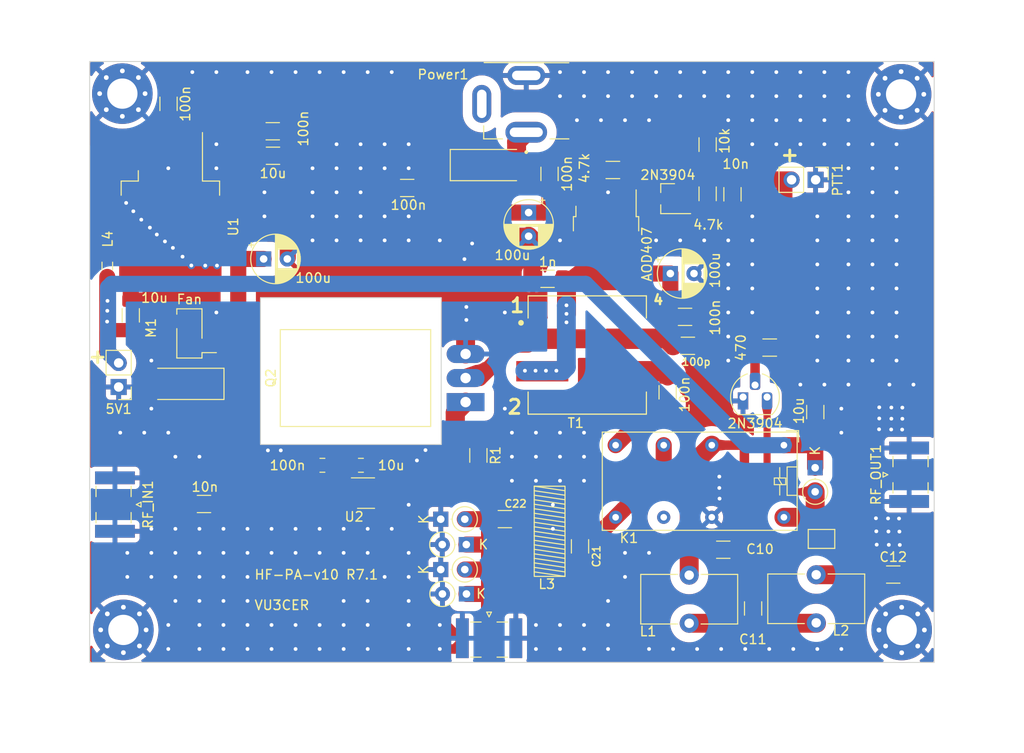
<source format=kicad_pcb>
(kicad_pcb (version 20221018) (generator pcbnew)
  (layers (0 "F.Cu" signal) (31 "B.Cu" signal) (35 "F.Paste" user) (37 "F.SilkS" user "F.Silkscreen") (38 "B.Mask" user) (39 "F.Mask" user) (44 "Edge.Cuts" user))
  (net 0 "")
  (net 1 "GND")
  (net 2 "+VDC")
  (net 3 "Net-(C7-Pad2)")
  (net 4 "PTT")
  (net 5 "/DRAIN")
  (net 6 "Net-(Q2-G)")
  (net 7 "Net-(Q3-G)")
  (net 8 "Net-(Q4-B)")
  (net 9 "+5V")
  (net 10 "12V")
  (net 12 "Net-(Q3-D)")
  (net 13 "Net-(C11-Pad1)")
  (net 14 "Net-(JP1-B)")
  (net 15 "RF_OUT")
  (net 16 "Net-(D3-A)")
  (net 17 "LPF")
  (net 18 "RX")
  (net 20 "Net-(Q1-B)")
  (net 21 "Net-(RF_IN1-In)")
  (net 22 "Net-(U2-IN+)")
  (net 23 "Net-(C21-Pad2)")
  (net 24 "Net-(D4-A)")
  (net 25 "Net-(U1-OUT)")
  (footprint "Capacitor_SMD:C_1206_3216Metric_Pad1.33x1.80mm_HandSolder" (layer "F.Cu") (at 157.0867 72.7964)
    (fp_text reference "C2" hide)
    (fp_text value "10u")
  )
  (footprint "Capacitor_SMD:C_1206_3216Metric_Pad1.33x1.80mm_HandSolder" (layer "F.Cu") (at 198.79 97.79 90)
    (fp_text reference "C7" hide)
    (fp_text value "100n")
  )
  (footprint "Package_TO_SOT_THT:TO-220-3_Horizontal_TabDown" (layer "F.Cu") (at 177.44 98.825 90)
    (fp_text reference "Q2")
    (fp_text value "IRF510")
  )
  (footprint "Diode_SMD:D_SMA_Handsoldering" (layer "F.Cu") (at 180.33 73.78)
    (fp_text reference "D1" hide)
    (fp_text value "SS34" hide)
  )
  (footprint "Capacitor_THT:CP_Radial_D5.0mm_P2.50mm" (layer "F.Cu") (at 199.0744 85.2424)
    (fp_text reference "C5" hide)
    (fp_text value "100u")
  )
  (footprint "Resistor_SMD:R_1206_3216Metric_Pad1.30x1.75mm_HandSolder" (layer "F.Cu") (at 203.015 71.6175 90)
    (fp_text reference "R2" hide)
    (fp_text value "10k")
  )
  (footprint "Diode_THT:D_DO-35_SOD27_P2.54mm_Vertical_KathodeUp" (layer "F.Cu") (at 174.814314 111.2)
    (fp_text reference "D4" hide)
    (fp_text value "1N4148" hide)
  )
  (footprint "MountingHole:MountingHole_3.2mm_M3_Pad_Via" (layer "F.Cu") (at 141.28 122.9)
    (fp_text reference "H3" hide)
    (fp_text value "MountingHole_Pad" hide)
  )
  (footprint "Capacitor_SMD:C_1206_3216Metric_Pad1.33x1.80mm_HandSolder" (layer "F.Cu") (at 186.1 85.8 180)
    (fp_text reference "C17" hide)
    (fp_text value "1n")
  )
  (footprint "Package_TO_SOT_SMD:SOT-23-5_HandSoldering" (layer "F.Cu") (at 166.9211 108.4425)
    (fp_text reference "U2")
    (fp_text value "UCC27517DBVR" hide)
  )
  (footprint "Connector_Coaxial:SMA_Samtec_SMA-J-P-X-ST-EM1_EdgeMount" (layer "F.Cu") (at 224.31 106.5 90)
    (fp_text reference "RF_OUT1")
    (fp_text value "SMA" hide)
  )
  (footprint "Capacitor_SMD:C_1206_3216Metric_Pad1.33x1.80mm_HandSolder" (layer "F.Cu") (at 205.64 76.8675 -90)
    (fp_text reference "C4" hide)
    (fp_text value "10n")
  )
  (footprint "Inductor_THT:L_Toroid_Vertical_L10.0mm_W5.0mm_P5.08mm" (layer "F.Cu") (at 214.49 122.15 180)
    (fp_text reference "L2")
    (fp_text value "360n" hide)
  )
  (footprint "Capacitor_THT:CP_Radial_D5.0mm_P2.50mm" (layer "F.Cu") (at 156.1 83.7)
    (fp_text reference "C20" hide)
    (fp_text value "100u")
  )
  (footprint "Diode_THT:D_DO-35_SOD27_P2.54mm_Vertical_KathodeUp" (layer "F.Cu") (at 177.515685 113.88 180)
    (fp_text reference "D7" hide)
    (fp_text value "1N4148" hide)
  )
  (footprint "Resistor_SMD:R_1206_3216Metric_Pad1.30x1.75mm_HandSolder" (layer "F.Cu") (at 178.79 104.46 -90)
    (fp_text reference "R1")
    (fp_text value "1M / 100K" hide)
  )
  (footprint "Capacitor_SMD:C_1206_3216Metric_Pad1.33x1.80mm_HandSolder" (layer "F.Cu") (at 186.309 74.7145 90)
    (fp_text reference "C14" hide)
    (fp_text value "100n")
  )
  (footprint "Connector_PinHeader_2.54mm:PinHeader_1x02_P2.54mm_Vertical" (layer "F.Cu") (at 214.4258 75.3364 -90)
    (fp_text reference "PTT1")
    (fp_text value "PTT" hide)
  )
  (footprint "Diode_THT:D_DO-35_SOD27_P2.54mm_Vertical_KathodeUp" (layer "F.Cu") (at 214.376 105.762315 -90)
    (fp_text reference "D3" hide)
    (fp_text value "1N4148" hide)
  )
  (footprint "footprints:XKB_DC-005-5A-2.0_Modded" (layer "F.Cu") (at 183.85 64.3125 -90)
    (fp_text reference "Power1")
    (fp_text value "DC-005 (Barrel Jack)" hide)
  )
  (footprint "Package_TO_SOT_SMD:TO-252-2" (layer "F.Cu") (at 192.28 81.7 -90)
    (fp_text reference "Q3" hide)
    (fp_text value "AOD407")
  )
  (footprint "Capacitor_THT:CP_Radial_D5.0mm_P2.50mm" (layer "F.Cu") (at 184.1 78.8 -90)
    (fp_text reference "C15" hide)
    (fp_text value "100u")
  )
  (footprint "Capacitor_SMD:C_1206_3216Metric_Pad1.33x1.80mm_HandSolder" (layer "F.Cu") (at 146.05 67.31 90)
    (fp_text reference "C9" hide)
    (fp_text value "100n")
  )
  (footprint "Connector_Coaxial:SMA_Samtec_SMA-J-P-X-ST-EM1_EdgeMount" (layer "F.Cu") (at 179.92 123.7775)
    (fp_text reference "RX1" hide)
    (fp_text value "SMA" hide)
  )
  (footprint "Capacitor_SMD:C_0805_2012Metric_Pad1.18x1.45mm_HandSolder" (layer "F.Cu") (at 166.3786 105.5025)
    (fp_text reference "C16" hide)
    (fp_text value "10u")
  )
  (footprint "MountingHole:MountingHole_3.2mm_M3_Pad_Via" (layer "F.Cu") (at 223.52 122.91)
    (fp_text reference "H4" hide)
    (fp_text value "MountingHole_Pad" hide)
  )
  (footprint "Capacitor_SMD:C_1206_3216Metric_Pad1.33x1.80mm_HandSolder" (layer "F.Cu") (at 214.39 99.88 90)
    (fp_text reference "C13" hide)
    (fp_text value "10u")
  )
  (footprint "Capacitor_SMD:C_1206_3216Metric_Pad1.33x1.80mm_HandSolder" (layer "F.Cu") (at 157.0613 70.2056)
    (fp_text reference "C1" hide)
    (fp_text value "100n")
  )
  (footprint "Package_TO_SOT_SMD:TO-263-2" (layer "F.Cu") (at 146.245 80.295 -90)
    (fp_text reference "U1")
    (fp_text value "L7805 (D2PAK)")
  )
  (footprint "Resistor_SMD:R_1206_3216Metric_Pad1.30x1.75mm_HandSolder" (layer "F.Cu") (at 203.015 76.8175 90)
    (fp_text reference "R9" hide)
    (fp_text value "4.7k")
  )
  (footprint "Capacitor_SMD:C_1206_3216Metric_Pad1.33x1.80mm_HandSolder" (layer "F.Cu") (at 181.59 111.19 180)
    (fp_text reference "C22")
    (fp_text value "470p" hide)
  )
  (footprint "Capacitor_SMD:C_1206_3216Metric_Pad1.33x1.80mm_HandSolder" (layer "F.Cu") (at 171.2675 76.2 180)
    (fp_text reference "C18" hide)
    (fp_text value "100n")
  )
  (footprint "footprints:IND_SRF1260A-4R7Y-Longer-Pads" (layer "F.Cu") (at 190.295 93.85)
    (fp_text reference "T1")
    (fp_text value "Bifilar XFMR" hide)
  )
  (footprint "Package_TO_SOT_SMD:SOT-23_Handsoldering" (layer "F.Cu") (at 198.82 77.33 180)
    (fp_text reference "Q4" hide)
    (fp_text value "2N3904")
  )
  (footprint "Connector_Coaxial:SMA_Samtec_SMA-J-P-X-ST-EM1_EdgeMount" (layer "F.Cu") (at 140.3861 109.6525 -90)
    (fp_text reference "RF_IN1")
    (fp_text value "SMA" hide)
  )
  (footprint "Diode_SMD:D_SMA_Handsoldering" (layer "F.Cu") (at 147.4 96.9 180)
    (fp_text reference "D2" hide)
    (fp_text value "M7 (1N4007)" hide)
  )
  (footprint "Capacitor_SMD:C_1206_3216Metric_Pad1.33x1.80mm_HandSolder" (layer "F.Cu") (at 200.93 92.88)
    (fp_text reference "C3" hide)
    (fp_text value "100p")
  )
  (footprint "Connector_PinHeader_2.54mm:PinHeader_1x02_P2.54mm_Vertical" (layer "F.Cu") (at 140.78 97.23 180)
    (fp_text reference "5V1")
    (fp_text value "5V" hide)
  )
  (footprint "Capacitor_SMD:C_0805_2012Metric_Pad1.18x1.45mm_HandSolder" (layer "F.Cu") (at 162.3086 105.5025 180)
    (fp_text reference "C23" hide)
    (fp_text value "100n")
  )
  (footprint "Capacitor_SMD:C_1206_3216Metric_Pad1.33x1.80mm_HandSolder" (layer "F.Cu") (at 200.63 89.82)
    (fp_text reference "C6" hide)
    (fp_text value "100n")
  )
  (footprint "Jumper:SolderJumper-2_P1.3mm_Open_TrianglePad1.0x1.5mm" (layer "F.Cu") (at 215.048 113.284)
    (fp_text reference "JP1" hide)
    (fp_text value "Jumper_2_Open" hide)
  )
  (footprint "MountingHole:MountingHole_3.2mm_M3_Pad_Via" (layer "F.Cu") (at 141.17 66.23)
    (fp_text reference "H1" hide)
    (fp_text value "MountingHole_Pad" hide)
  )
  (footprint "Capacitor_SMD:C_1206_3216Metric_Pad1.33x1.80mm_HandSolder" (layer "F.Cu") (at 149.7961 109.5925)
    (fp_text reference "C19" hide)
    (fp_text value "10n")
  )
  (footprint "Diode_THT:D_DO-35_SOD27_P2.54mm_Vertical_KathodeUp" (layer "F.Cu") (at 174.814314 116.52)
    (fp_text reference "D6" hide)
    (fp_text value "1N4148" hide)
  )
  (footprint "Capacitor_SMD:C_1206_3216Metric_Pad1.33x1.80mm_HandSolder" (layer "F.Cu") (at 204.67 114.427)
    (fp_text reference "C10")
    (fp_text value "120p" hide)
  )
  (footprint "footprints:T37-2" (layer "F.Cu") (at 186.32 112.48 180)
    (fp_text reference "L3")
    (fp_text value "1.02u" hide)
  )
  (footprint "Relay_THT:Relay_DPDT_Omron_G5V-2" (layer "F.Cu") (at 211.074 103.378 -90)
    (fp_text reference "K1")
    (fp_text value "Omron G5V-2 / OEN 46-05-2C" hide)
  )
  (footprint "Inductor_SMD:L_0805_2012Metric_Pad1.05x1.20mm_HandSolder" (layer "F.Cu") (at 139.58 84.45 90)
    (fp_text reference "L4")
    (fp_text value "Ferrite Bead (2A)" hide)
  )
  (footprint "Capacitor_SMD:C_1206_3216Metric_Pad1.33x1.80mm_HandSolder" (layer "F.Cu") (at 142.06 89.66 90)
    (fp_text reference "C8" hide)
    (fp_text value "10u")
  )
  (footprint "Inductor_THT:L_Toroid_Vertical_L10.0mm_W5.0mm_P5.08mm" (layer "F.Cu") (at 201.0675 117.115)
    (fp_text reference "L1")
    (fp_text value "360n" hide)
  )
  (footprint "Capacitor_SMD:C_1206_3216Metric_Pad1.33x1.80mm_HandSolder" (layer "F.Cu") (at 207.82 120.6325 90)
    (fp_text reference "C11")
    (fp_text value "200p" hide)
  )
  (footprint "Capacitor_SMD:C_1206_3216Metric_Pad1.33x1.80mm_HandSolder" (layer "F.Cu") (at 189.53 114.07 -90)
    (fp_text reference "C21")
    (fp_text value "470p" hide)
  )
  (footprint "MountingHole:MountingHole_3.2mm_M3_Pad_Via" (layer "F.Cu") (at 223.457056 66.302944)
    (fp_text reference "H2" hide)
    (fp_text value "MountingHole_Pad" hide)
  )
  (footprint "Resistor_SMD:R_1206_3216Metric_Pad1.30x1.75mm_HandSolder" (layer "F.Cu") (at 193 74.3 180)
    (fp_text reference "R8" hide)
    (fp_text value "4.7k")
  )
  (footprint "Capacitor_SMD:C_1206_3216Metric_Pad1.33x1.80mm_HandSolder" (layer "F.Cu") (at 222.6275 117.05)
    (fp_text reference "C12")
    (fp_text value "120p" hide)
  )
  (footprint "Connector_PinHeader_2.54mm:PinHeader_1x02_P2.54mm_Vertical_SMD_Pin1Left" (layer "F.Cu") (at 148.255 91.57 180)
    (fp_text reference "M1")
    (fp_text value "Fan")
  )
  (footprint "Resistor_SMD:R_1206_3216Metric_Pad1.30x1.75mm_HandSolder" (layer "F.Cu") (at 209.5754 93.0656 180)
    (fp_text reference "R4" hide)
    (fp_text value "470")
  )
  (footprint "Package_TO_SOT_THT:TO-92_HandSolder" (layer "F.Cu") (at 206.756 98.298)
    (fp_text reference "Q1" hide)
    (fp_text value "2N3904")
  )
  (footprint "Diode_THT:D_DO-35_SOD27_P2.54mm_Vertical_KathodeUp" (layer "F.Cu") (at 177.53 119.1 180)
    (fp_text reference "D5" hide)
    (fp_text value "1N4148" hide)
  )
  (gr_rect (start 137.713 62.835) (end 226.958 126.336) (stroke (width 0.1)) (fill none) (layer "Edge.Cuts"))
  (gr_rect (start 155.765 87.8) (end 174.865 103.3) (stroke (width 0.1)) (fill none) (layer "Edge.Cuts"))
  (gr_text "+" (at 137.44 94.85) (layer "F.SilkS") (effects (font (size 1.5 1.5) (thickness 0.3) bold) (justify left bottom)))
  (gr_text "2" (at 181.72 100.22) (layer "F.SilkS") (effects (font (size 1.5 1.5) (thickness 0.3) bold) (justify left bottom)))
  (gr_text "4" (at 197.15 88.61) (layer "F.SilkS") (effects (font (size 1 1) (thickness 0.25) bold) (justify left bottom)))
  (gr_text "1" (at 181.99 89.49) (layer "F.SilkS") (effects (font (size 1.5 1.5) (thickness 0.3) bold) (justify left bottom)))
  (gr_text "+" (at 210.57 73.53) (layer "F.SilkS") (effects (font (size 1.5 1.5) (thickness 0.3) bold) (justify left bottom)))
  (gr_text "HF-PA-v10 R7.1\n\nVU3CER" (at 155.05 120.87) (layer "F.SilkS") (effects (font (size 1 1)) (justify left bottom)))
  (segment (start 200.32 76.38) (end 200.32 72.46) (width 1) (layer "F.Cu") (net 1))
  (segment (start 181.2164 106.02) (end 182.3339 107.1375) (width 1) (layer "F.Cu") (net 1))
  (segment (start 184.5375 81.7375) (end 184.1 81.3) (width 2) (layer "F.Cu") (net 1))
  (segment (start 207.825 117.413641) (end 207.825 119.065) (width 1.5) (layer "F.Cu") (net 1))
  (segment (start 144.272 88.0975) (end 146.5595 88.0975) (width 1.7) (layer "F.Cu") (net 1))
  (segment (start 144.2339 88.1356) (end 144.272 88.0975) (width 1.7) (layer "F.Cu") (net 1))
  (segment (start 200.32 71.45) (end 200.32 70.7875) (width 1) (layer "F.Cu") (net 1))
  (segment (start 158.6492 78.5) (end 158.6492 83.5867) (width 1.7) (layer "F.Cu") (net 1))
  (segment (start 206.94632 115.29232) (end 206.081 114.427) (width 1.5) (layer "F.Cu") (net 1))
  (segment (start 180.2 106.01) (end 178.79 106.01) (width 1) (layer "F.Cu") (net 1))
  (segment (start 184.5375 85.8) (end 184.5375 81.7375) (width 2) (layer "F.Cu") (net 1))
  (segment (start 177.44 90.0982) (end 177.44 88.7686) (width 2) (layer "F.Cu") (net 1))
  (segment (start 180.21 106.02) (end 180.9114 106.02) (width 1) (layer "F.Cu") (net 1))
  (segment (start 200.28 72.5) (end 186.961 72.5) (width 1) (layer "F.Cu") (net 1))
  (segment (start 144.2339 94.4375) (end 144.2339 88.1356) (width 1.7) (layer "F.Cu") (net 1))
  (segment (start 200.32 72.46) (end 200.28 72.5) (width 1) (layer "F.Cu") (net 1))
  (segment (start 158.6492 72.7964) (end 158.6492 70.231) (width 1.7) (layer "F.Cu") (net 1))
  (segment (start 200.32 70.7875) (end 200.9 70.2075) (width 1) (layer "F.Cu") (net 1))
  (segment (start 142.06 88.0975) (end 142.06 85.63) (width 1.7) (layer "F.Cu") (net 1))
  (segment (start 142.06 88.0975) (end 144.272 88.0975) (width 1.7) (layer "F.Cu") (net 1))
  (segment (start 177.44 82.7068) (end 178.0794 82.0674) (width 2) (layer "F.Cu") (net 1))
  (segment (start 200.903 70.0675) (end 200.32 70.6505) (width 1) (layer "F.Cu") (net 1))
  (segment (start 186.461 73) (end 185.9 73) (width 1) (layer "F.Cu") (net 1))
  (segment (start 146.6 88.138) (end 146.6 82.15) (width 1.7) (layer "F.Cu") (net 1))
  (segment (start 168.2711 110.15) (end 168.2711 111.0403) (width 1) (layer "F.Cu") (net 1))
  (segment (start 180.21 106.02) (end 181.2164 106.02) (width 1) (layer "F.Cu") (net 1))
  (segment (start 174.7139 122.3775) (end 175.3875 122.3775) (width 1) (layer "F.Cu") (net 1))
  (segment (start 200.9 70.2075) (end 202.145 70.2075) (width 0.75) (layer "F.Cu") (net 1))
  (segment (start 168.4567 111.0403) (end 169.6339 112.2175) (width 1) (layer "F.Cu") (net 1))
  (segment (start 177.44 83.5958) (end 177.44 82.7068) (width 2) (layer "F.Cu") (net 1))
  (segment (start 146.5595 88.0975) (end 146.6 88.138) (width 1.7) (layer "F.Cu") (net 1))
  (segment (start 177.44 93.745) (end 177.44 90.1402) (width 2) (layer "F.Cu") (net 1))
  (segment (start 186.7 73.4) (end 186.061 73.4) (width 1) (layer "F.Cu") (net 1))
  (segment (start 180.21 106.02) (end 180.2 106.01) (width 1) (layer "F.Cu") (net 1))
  (segment (start 146.6 90.3) (end 146.6 88.138) (width 1.7) (layer "F.Cu") (net 1))
  (segment (start 168.2711 111.0403) (end 168.4567 111.0403) (width 1) (layer "F.Cu") (net 1))
  (segment (start 200.32 71.45) (end 200.32 70.6505) (width 1) (layer "F.Cu") (net 1))
  (segment (start 203.015 70.0675) (end 200.903 70.0675) (width 1) (layer "F.Cu") (net 1))
  (segment (start 174.7139 124.9175) (end 176.2725 124.9175) (width 1) (layer "F.Cu") (net 1))
  (segment (start 207.825 119.065) (end 207.82 119.07) (width 1.5) (layer "F.Cu") (net 1))
  (segment (start 167.2261 108.4425) (end 168.1761 109.3925) (width 0.5) (layer "F.Cu") (net 1))
  (segment (start 176.2725 124.9175) (end 177.1 124.09) (width 1) (layer "F.Cu") (net 1))
  (segment (start 168.2711 111.0403) (end 167.0939 112.2175) (width 1) (layer "F.Cu") (net 1))
  (segment (start 168.2711 109.3925) (end 168.2711 110.15) (width 1) (layer "F.Cu") (net 1))
  (segment (start 165.6661 108.4425) (end 167.2261 108.4425) (width 0.5) (layer "F.Cu") (net 1))
  (segment (start 200.32 72.46) (end 200.32 71.45) (width 1) (layer "F.Cu") (net 1))
  (segment (start 177.44 88.7266) (end 177.44 83.841) (width 2) (layer "F.Cu") (net 1))
  (segment (start 158.6492 72.7964) (end 158.6492 78.5) (width 1.7) (layer "F.Cu") (net 1))
  (segment (start 186.7 72.761) (end 186.7 73.4) (width 1) (layer "F.Cu") (net 1))
  (segment (start 178.7544 81.3924) (end 183.896 81.3924) (width 2) (layer "F.Cu") (net 1))
  (segment (start 178.1302 82.0166) (end 178.7544 81.3924) (width 2) (layer "F.Cu") (net 1))
  (segment (start 178.5 106.02) (end 180.21 106.02) (width 1) (layer "F.Cu") (net 1))
  (segment (start 175.3875 122.3775) (end 177.1 124.09) (width 1) (layer "F.Cu") (net 1))
  (segment (start 180.9114 106.02) (end 182.3339 104.5975) (width 1) (layer "F.Cu") (net 1))
  (segment (start 186.961 72.5) (end 186.7 72.761) (width 1) (layer "F.Cu") (net 1))
  (via (at 217.145 99.5175) (size 0.8) (drill 0.4) (layers "F.Cu" "B.Cu") (net 1))
  (via (at 156.9339 122.3775) (size 0.8) (drill 0.4) (layers "F.Cu" "B.Cu") (net 1))
  (via (at 205.1939 69.0375) (size 0.8) (drill 0.4) (layers "F.Cu" "B.Cu") (net 1))
  (via (at 205.1939 63.9575) (size 0.8) (drill 0.4) (layers "F.Cu" "B.Cu") (net 1))
  (via (at 167.0939 119.8375) (size 0.8) (drill 0.4) (layers "F.Cu" "B.Cu") (net 1))
  (via (at 187.4139 102.0575) (size 0.8) (drill 0.4) (layers "F.Cu" "B.Cu") (net 1))
  (via (at 162.0139 124.9175) (size 0.8) (drill 0.4) (layers "F.Cu" "B.Cu") (net 1))
  (via (at 182.3339 107.1375) (size 0.8) (drill 0.4) (layers "F.Cu" "B.Cu") (net 1))
  (via (at 187.4139 122.3775) (size 0.8) (drill 0.4) (layers "F.Cu" "B.Cu") (net 1))
  (via (at 186.665 112.2175) (size 0.8) (drill 0.4) (layers "F.Cu" "B.Cu") (net 1))
  (via (at 215.3539 69.0375) (size 0.8) (drill 0.4) (layers "F.Cu" "B.Cu") (net 1))
  (via (at 159.4739 114.7575) (size 0.8) (drill 0.4) (layers "F.Cu" "B.Cu") (net 1))
  (via (at 187.4139 104.5975) (size 0.8) (drill 0.4) (layers "F.Cu" "B.Cu") (net 1))
  (via (at 177.5206 88.773) (size 0.8) (drill 0.4) (layers "F.Cu" "B.Cu") (net 1))
  (via (at 214.605 79.1975) (size 0.8) (drill 0.4) (layers "F.Cu" "B.Cu") (net 1))
  (via (at 145.67 81.85) (size 0.8) (drill 0.4) (layers "F.Cu" "B.Cu") (net 1))
  (via (at 222.225 96.9775) (size 0.8) (drill 0.4) (layers "F.Cu" "B.Cu") (net 1))
  (via (at 166.345 81.7375) (size 0.8) (drill 0.4) (layers "F.Cu" "B.Cu") (net 1))
  (via (at 146.025 102.0575) (size 0.8) (drill 0.4) (layers "F.Cu" "B.Cu") (net 1))
  (via (at 200.1139 63.9575) (size 0.8) (drill 0.4) (layers "F.Cu" "B.Cu") (net 1))
  (via (at 222.43 99.4) (size 0.8) (drill 0.4) (layers "F.Cu" "B.Cu") (net 1))
  (via (at 146.7739 117.2975) (size 0.8) (drill 0.4) (layers "F.Cu" "B.Cu") (net 1))
  (via (at 187.4139 124.9175) (size 0.8) (drill 0.4) (layers "F.Cu" "B.Cu") (net 1))
  (via (at 223.59 100.59) (size 0.8) (drill 0.4) (layers "F.Cu" "B.Cu") (net 1))
  (via (at 215.3539 66.4975) (size 0.8) (drill 0.4) (layers "F.Cu" "B.Cu") (net 1))
  (via (at 222.12 112.5) (size 0.8) (drill 0.4) (layers "F.Cu" "B.Cu") (net 1))
  (via (at 223.57 101.73) (size 0.8) (drill 0.4) (layers "F.Cu" "B.Cu") (net 1))
  (via (at 143.17 79.55) (size 0.8) (drill 0.4) (layers "F.Cu" "B.Cu") (net 1))
  (via (at 163.805 76.6575) (size 0.8) (drill 0.4) (layers "F.Cu" "B.Cu") (net 1))
  (via (at 204.445 124.9175) (size 0.8) (drill 0.4) (layers "F.Cu" "B.Cu") (net 1))
  (via (at 204.275 109.025) (size 0.8) (drill 0.4) (layers "F.Cu" "B.Cu") (net 1))
  (via (at 144.2339 114.7575) (size 0.8) (drill 0.4) (layers "F.Cu" "B.Cu") (net 1))
  (via (at 202.6539 63.9575) (size 0.8) (drill 0.4) (layers "F.Cu" "B.Cu") (net 1))
  (via (at 207.7339 69.0375) (size 0.8) (drill 0.4) (layers "F.Cu" "B.Cu") (net 1))
  (via (at 149.3139 114.7575) (size 0.8) (drill 0.4) (layers "F.Cu" "B.Cu") (net 1))
  (via (at 212.065 124.9175) (size 0.8) (drill 0.4) (layers "F.Cu" "B.Cu") (net 1))
  (via (at 187.4139 63.9575) (size 0.8) (drill 0.4) (layers "F.Cu" "B.Cu") (net 1))
  (via (at 223.28 112.51) (size 0.8) (drill 0.4) (layers "F.Cu" "B.Cu") (net 1))
  (via (at 156.185 79.1975) (size 0.8) (drill 0.4) (layers "F.Cu" "B.Cu") (net 1))
  (via (at 141.57 77.78) (size 0.8) (drill 0.4) (layers "F.Cu" "B.Cu") (net 1))
  (via (at 222.9739 81.7375) (size 0.8) (drill 0.4) (layers "F.Cu" "B.Cu") (net 1))
  (via (at 154.3939 117.2975) (size 0.8) (drill 0.4) (layers "F.Cu" "B.Cu") (net 1))
  (via (at 217.8939 91.8975) (size 0.8) (drill 0.4) (layers "F.Cu" "B.Cu") (net 1))
  (via (at 221.15 99.38) (size 0.8) (drill 0.4) (layers "F.Cu" "B.Cu") (net 1))
  (via (at 217.8939 79.1975) (size 0.8) (drill 0.4) (layers "F.Cu" "B.Cu") (net 1))
  (via (at 187.4139 107.1375) (size 0.8) (drill 0.4) (layers "F.Cu" "B.Cu") (net 1))
  (via (at 214.605 89.3575) (size 0.8) (drill 0.4) (layers "F.Cu" "B.Cu") (net 1))
  (via (at 154.3939 124.9175) (size 0.8) (drill 0.4) (layers "F.Cu" "B.Cu") (net 1))
  (via (at 186.665 109.6775) (size 0.8) (drill 0.4) (layers "F.Cu" "B.Cu") (net 1))
  (via (at 151.8539 114.7575) (size 0.8) (drill 0.4) (layers "F.Cu" "B.Cu") (net 1))
  (via (at 222.9739 71.5775) (size 0.8) (drill 0.4) (layers "F.Cu" "B.Cu") (net 1))
  (via (at 207.7339 66.4975) (size 0.8) (drill 0.4) (layers "F.Cu" "B.Cu") (net 1))
  (via (at 161.265 81.7375) (size 0.8) (drill 0.4) (layers "F.Cu" "B.Cu") (net 1))
  (via (at 161.265 79.1975) (size 0.8) (drill 0.4) (layers "F.Cu" "B.Cu") (net 1))
  (via (at 214.605 91.8975) (size 0.8) (drill 0.4) (layers "F.Cu" "B.Cu") (net 1))
  (via (at 217.145 102.0575) (size 0.8) (drill 0.4) (layers "F.Cu" "B.Cu") (net 1))
  (via (at 192.4939 122.3775) (size 0.8) (drill 0.4) (layers "F.Cu" "B.Cu") (net 1))
  (via (at 163.805 81.7375) (size 0.8) (drill 0.4) (layers "F.Cu" "B.Cu") (net 1))
  (via (at 217.8939 84.2775) (size 0.8) (drill 0.4) (layers "F.Cu" "B.Cu") (net 1))
  (via (at 161.265 76.6575) (size 0.8) (drill 0.4) (layers "F.Cu" "B.Cu") (net 1))
  (via (at 217.8939 71.5775) (size 0.8) (drill 0.4) (layers "F.Cu" "B.Cu") (net 1))
  (via (at 171.425 122.3775) (size 0.8) (drill 0.4) (layers "F.Cu" "B.Cu") (net 1))
  (via (at 217.8939 94.4375) (size 0.8) (drill 0.4) (layers "F.Cu" "B.Cu") (net 1))
  (via (at 189.205 69.0375) (size 0.8) (drill 0.4) (layers "F.Cu" "B.Cu") (net 1))
  (via (at 154.3939 119.8375) (size 0.8) (drill 0.4) (layers "F.Cu" "B.Cu") (net 1))
  (via (at 184.8739 104.5975) (size 0.8) (drill 0.4) (layers "F.Cu" "B.Cu") (net 1))
  (via (at 147.53 83.46) (size 0.8) (drill 0.4) (layers "F.Cu" "B.Cu") (net 1))
  (via (at 168.885 81.7375) (size 0.8) (drill 0.4) (layers "F.Cu" "B.Cu") (net 1))
  (via (at 149.93 84.4) (size 0.8) (drill 0.4) (layers "F.Cu" "B.Cu") (net 1))
  (via (at 207.7339 79.1975) (size 0.8) (drill 0.4) (layers "F.Cu" "B.Cu") (net 1))
  (via (at 212.8139 96.9775) (size 0.8) (drill 0.4) (layers "F.Cu" "B.Cu") (net 1))
  (via (at 214.605 86.8175) (size 0.8) (drill 0.4) (layers "F.Cu" "B.Cu") (net 1))
  (via (at 222.41 101.72) (size 0.8) (drill 0.4) (layers "F.Cu" "B.Cu") (net 1))
  (via (at 144.81 81.12) (size 0.8) (drill 0.4) (layers "F.Cu" "B.Cu") (net 1))
  (via (at 144.2339 99.5175) (size 0.8) (drill 0.4) (layers "F.Cu" "B.Cu") (net 1))
  (via (at 217.8939 81.7375) (size 0.8) (drill 0.4) (layers "F.Cu" "B.Cu") (net 1))
  (via (at 215.3539 63.9575) (size 0.8) (drill 0.4) (layers "F.Cu" "B.Cu") (net 1))
  (via (at 171.425 114.7575) (size 0.8) (drill 0.4) (layers "F.Cu" "B.Cu") (net 1))
  (via (at 157.91 103.93) (size 0.8) (drill 0.4) (layers "F.Cu" "B.Cu") (net 1))
  (via (at 195.0339 66.4975) (size 0.8) (drill 0.4) (layers "F.Cu" "B.Cu") (net 1))
  (via (at 217.8939 69.0375) (size 0.8) (drill 0.4) (layers "F.Cu" "B.Cu") (net 1))
  (via (at 162.0139 122.3775) (size 0.8) (drill 0.4) (layers "F.Cu" "B.Cu") (net 1))
  (via (at 168.885 79.1975) (size 0.8) (drill 0.4) (layers "F.Cu" "B.Cu") (net 1))
  (via (at 189.9539 122.3775) (size 0.8) (drill 0.4) (layers "F.Cu" "B.Cu") (net 1))
  (via (at 189.9539 104.5975) (size 0.8) (drill 0.4) (layers "F.Cu" "B.Cu") (net 1))
  (via (at 174.7139 81.7375) (size 0.8) (drill 0.4) (layers "F.Cu" "B.Cu") (net 1))
  (via (at 171.425 79.1975) (size 0.8) (drill 0.4) (layers "F.Cu" "B.Cu") (net 1))
  (via (at 214.605 84.2775) (size 0.8) (drill 0.4) (layers "F.Cu" "B.Cu") (net 1))
  (via (at 222.08 111.12) (size 0.8) (drill 0.4) (layers "F.Cu" "B.Cu") (net 1))
  (via (at 217.8939 86.8175) (size 0.8) (drill 0.4) (layers "F.Cu" "B.Cu") (net 1))
  (via (at 141.6939 114.7575) (size 0.8) (drill 0.4) (layers "F.Cu" "B.Cu") (net 1))
  (via (at 156.9339 112.2175) (size 0.8) (drill 0.4) (layers "F.Cu" "B.Cu") (net 1))
  (via (at 222.9739 86.8175) (size 0.8) (drill 0.4) (layers "F.Cu" "B.Cu") (net 1))
  (via (at 223.59 99.41) (size 0.8) (drill 0.4) (layers "F.Cu" "B.Cu") (net 1))
  (via (at 191.745 69.0375) (size 0.8) (drill 0.4) (layers "F.Cu" "B.Cu") (net 1))
  (via (at 154.3939 112.2175) (size 0.8) (drill 0.4) (layers "F.Cu" "B.Cu") (net 1))
  (via (at 156.9339 63.9575) (size 0.8) (drill 0.4) (layers "F.Cu" "B.Cu") (net 1))
  (via (at 168.885 74.1175) (size 0.8) (drill 0.4) (layers "F.Cu" "B.Cu") (net 1))
  (via (at 149.3139 119.8375) (size 0.8) (drill 0.4) (layers "F.Cu" "B.Cu") (net 1))
  (via (at 161.265 74.1175) (size 0.8) (drill 0.4) (layers "F.Cu" "B.Cu") (net 1))
  (via (at 212.8139 66.4975) (size 0.8) (drill 0.4) (layers "F.Cu" "B.Cu") (net 1))
  (via (at 148.46 84.39) (size 0.8) (drill 0.4) (layers "F.Cu" "B.Cu") (net 1))
  (via (at 192.4939 66.4975) (size 0.8) (drill 0.4) (layers "F.Cu" "B.Cu") (net 1))
  (via (at 163.805 71.5775) (size 0.8) (drill 0.4) (layers "F.Cu" "B.Cu") (net 1))
  (via (at 171.425 74.1175) (size 0.8) (drill 0.4) (layers "F.Cu" "B.Cu") (net 1))
  (via (at 220.88 113.89) (size 0.8) (drill 0.4) (layers "F.Cu" "B.Cu") (net 1))
  (via (at 192.4939 119.8375) (size 0.8) (drill 0.4) (layers "F.Cu" "B.Cu") (net 1))
  (via (at 171.425 71.5775) (size 0.8) (drill 0.4) (layers "F.Cu" "B.Cu") (net 1))
  (via (at 220.4339 74.1175) (size 0.8) (drill 0.4) (layers "F.Cu" "B.Cu") (net 1))
  (via (at 217.8939 66.4975) (size 0.8) (drill 0.4) (layers "F.Cu" "B.Cu") (net 1))
  (via (at 184.8739 107.1375) (size 0.8) (drill 0.4) (layers "F.Cu" "B.Cu") (net 1))
  (via (at 189.9539 107.1375) (size 0.8) (drill 0.4) (layers "F.Cu" "B.Cu") (net 1))
  (via (at 173.2 103.9) (size 0.8) (drill 0.4) (layers "F.Cu" "B.Cu") (net 1))
  (via (at 144.2339 112.2175) (size 0.8) (drill 0.4) (layers "F.Cu" "B.Cu") (net 1))
  (via (at 204.25 107.9) (size 0.8) (drill 0.4) (layers "F.Cu" "B.Cu") (net 1))
  (via (at 222.9739 79.1975) (size 0.8) (drill 0.4) (layers "F.Cu" "B.Cu") (net 1))
  (via (at 163.805 79.1975) (size 0.8) (drill 0.4) (layers "F.Cu" "B.Cu") (net 1))
  (via (at 222.9739 91.8975) (size 0.8) (drill 0.4) (layers "F.Cu" "B.Cu") (net 1))
  (via (at 212.8139 71.5775) (size 0.8) (drill 0.4) (layers "F.Cu" "B.Cu") (net 1))
  (via (at 210.2739 71.5775) (size 0.8) (drill 0.4) (layers "F.Cu" "B.Cu") (net 1))
  (via (at 149.3139 112.2175) (size 0.8) (drill 0.4) (layers "F.Cu" "B.Cu") (net 1))
  (via (at 141.6939 117.2975) (size 0.8) (drill 0.4) (layers "F.Cu" "B.Cu") (net 1))
  (via (at 189.9539 102.0575) (size 0.8) (drill 0.4) (layers "F.Cu" "B.Cu") (net 1))
  (via (at 162.0139 112.2175) (size 0.8) (drill 0.4) (layers "F.Cu" "B.Cu") (net 1))
  (via (at 174.7139 124.9175) (size 0.8) (drill 0.4) (layers "F.Cu" "B.Cu") (net 1))
  (via (at 140.945 102.0575) (size 0.8) (drill 0.4) (layers "F.Cu" "B.Cu") (net 1))
  (via (at 154.3939 114.7575) (size 0.8) (drill 0.4) (layers "F.Cu" "B.Cu") (net 1))
  (via (at 142.33 78.66) (size 0.8) (drill 0.4) (layers "F.Cu" "B.Cu") (net 1))
  (via (at 149.3139 122.3775) (size 0.8) (drill 0.4) (layers "F.Cu" "B.Cu") (net 1))
  (via (at 223.32 113.92) (size 0.8) (drill 0.4) (layers "F.Cu" "B.Cu") (net 1))
  (via (at 167.0939 124.9175) (size 0.8) (drill 0.4) (layers "F.Cu" "B.Cu") (net 1))
  (via (at 154.3939 122.3775) (size 0.8) (drill 0.4) (layers "F.Cu" "B.Cu") (net 1))
  (via (at 174.7139 122.3775) (size 0.8) (drill 0.4) (layers "F.Cu" "B.Cu") (net 1))
  (via (at 146.025 74.1175) (size 0.8) (drill 0.4) (layers "F.Cu" "B.Cu") (net 1))
  (via (at 217.8939 74.1175) (size 0.8) (drill 0.4) (layers "F.Cu" "B.Cu") (net 1))
  (via (at 197.5739 63.9575) (size 0.8) (drill 0.4) (layers "F.Cu" "B.Cu") (net 1))
  (via (at 149.3139 117.2975) (size 0.8) (drill 0.4) (layers "F.Cu" "B.Cu") (net 1))
  (via (at 197.5739 81.7375) (size 0.8) (drill 0.4) (layers "F.Cu" "B.Cu") (net 1))
  (via (at 221.13 101.7) (size 0.8) (drill 0.4) (layers "F.Cu" "B.Cu") (net 1))
  (via (at 197.5739 66.4975) (size 0.8) (drill 0.4) (layers "F.Cu" "B.Cu") (net 1))
  (via (at 167.0939 122.3775) (size 0.8) (drill 0.4) (layers "F.Cu" "B.Cu") (net 1))
  (via (at 194.285 117.2975) (size 0.8) (drill 0.4) (layers "F.Cu" "B.Cu") (net 1))
  (via (at 162.0139 63.9575) (size 0.8) (drill 0.4) (layers "F.Cu" "B.Cu") (net 1))
  (via (at 196.825 124.9175) (size 0.8) (drill 0.4) (layers "F.Cu" "B.Cu") (net 1))
  (via (at 151.8539 112.2175) (size 0.8) (drill 0.4) (layers "F.Cu" "B.Cu") (net 1))
  (via (at 194.285 114.7575) (size 0.8) (drill 0.4) (layers "F.Cu" "B.Cu") (net 1))
  (via (at 205.1939 66.4975) (size 0.8) (drill 0.4) (layers "F.Cu" "B.Cu") (net 1))
  (via (at 187.4139 81.7375) (size 0.8) (drill 0.4) (layers "F.Cu" "B.Cu") (net 1))
  (via (at 166.345 76.6575) (size 0.8) (drill 0.4) (layers "F.Cu" "B.Cu") (net 1))
  (via (at 154.3939 63.9575) (size 0.8) (drill 0.4) (layers "F.Cu" "B.Cu") (net 1))
  (via (at 151.8539 122.3775) (size 0.8) (drill 0.4) (layers "F.Cu" "B.Cu") (net 1))
  (via (at 164.5539 119.8375) (size 0.8) (drill 0.4) (layers "F.Cu" "B.Cu") (net 1))
  (via (at 189.9539 63.9575) (size 0.8) (drill 0.4) (layers "F.Cu" "B.Cu") (net 1))
  (via (at 222.9739 89.3575) (size 0.8) (drill 0.4) (layers "F.Cu" "B.Cu") (net 1))
  (via (at 207.7339 89.3575) (size 0.8) (drill 0.4) (layers "F.Cu" "B.Cu") (net 1))
  (via (at 200.1139 81.7375) (size 0.8) (drill 0.4) (layers "F.Cu" "B.Cu") (net 1))
  (via (at 215.3539 71.5775) (size 0.8) (drill 0.4) (layers "F.Cu" "B.Cu") (net 1))
  (via (at 220.8 111.1) (size 0.8) (drill 0.4) (layers "F.Cu" "B.Cu") (net 1))
  (via (at 199.365 124.9175) (size 0.8) (drill 0.4) (layers "F.Cu" "B.Cu") (net 1))
  (via (at 164.5539 114.7575) (size 0.8) (drill 0.4) (layers "F.Cu" "B.Cu") (net 1))
  (via (at 220.4339 94.4375) (size 0.8) (drill 0.4) (layers "F.Cu" "B.Cu") (net 1))
  (via (at 156.9339 124.9175) (size 0.8) (drill 0.4) (layers "F.Cu" "B.Cu") (net 1))
  (via (at 220.4339 79.1975) (size 0.8) (drill 0.4) (layers "F.Cu" "B.Cu") (net 1))
  (via (at 151.8539 124.9175) (size 0.8) (drill 0.4) (layers "F.Cu" "B.Cu") (net 1))
  (via (at 168.885 117.2975) (size 0.8) (drill 0.4) (layers "F.Cu" "B.Cu") (net 1))
  (via (at 220.4339 89.3575) (size 0.8) (drill 0.4) (layers "F.Cu" "B.Cu") (net 1))
  (via (at 210.2739 63.9575) (size 0.8) (drill 0.4) (layers "F.Cu" "B.Cu") (net 1))
  (via (at 168.885 71.5775) (size 0.8) (drill 0.4) (layers "F.Cu" "B.Cu") (net 1))
  (via (at 196.825 114.7575) (size 0.8) (drill 0.4) (layers "F.Cu" "B.Cu") (net 1))
  (via (at 201.905 124.9175) (size 0.8) (drill 0.4) (layers "F.Cu" "B.Cu") (net 1))
  (via (at 205.1939 89.3575) (size 0.8) (drill 0.4) (layers "F.Cu" "B.Cu") (net 1))
  (via (at 192.4939 76.6575) (size 0.8) (drill 0.4) (layers "F.Cu" "B.Cu") (net 1))
  (via (at 184.8739 122.3775) (size 0.8) (drill 0.4) (layers "F.Cu" "B.Cu") (net 1))
  (via (at 207.7339 81.7375) (size 0.8) (drill 0.4) (layers "F.Cu" "B.Cu") (net 1))
  (via (at 146.51 82.53) (size 0.8) (drill 0.4) (layers "F.Cu" "B.Cu") (net 1))
  (via (at 205.1939 84.2775) (size 0.8) (drill 0.4) (layers "F.Cu" "B.Cu") (net 1))
  (via (at 202.6539 66.4975) (size 0.8) (drill 0.4) (layers "F.Cu" "B.Cu") (net 1))
  (via (at 181.585 99.5175) (size 0.8) (drill 0.4) (layers "F.Cu" "B.Cu") (net 1))
  (via (at 146.7739 104.5975) (size 0.8) (drill 0.4) (layers "F.Cu" "B.Cu") (net 1))
  (via (at 151.8539 117.2975) (size 0.8) (drill 0.4) (layers "F.Cu" "B.Cu") (net 1))
  (via (at 171.425 81.7375) (size 0.8) (drill 0.4) (layers "F.Cu" "B.Cu") (net 1))
  (via (at 184.8739 102.0575) (size 0.8) (drill 0.4) (layers "F.Cu" "B.Cu") (net 1))
  (via (at 220.4339 84.2775) (size 0.8) (drill 0.4) (layers "F.Cu" "B.Cu") (net 1))
  (via (at 164.5539 122.3775) (size 0.8) (drill 0.4) (layers "F.Cu" "B.Cu") (net 1))
  (via (at 146.7739 112.2175) (size 0.8) (drill 0.4) (layers "F.Cu" "B.Cu") (net 1))
  (via (at 217.8939 76.6575) (size 0.8) (drill 0.4) (layers "F.Cu" "B.Cu") (net 1))
  (via (at 162.0139 114.7575) (size 0.8) (drill 0.4) (layers "F.Cu" "B.Cu") (net 1))
  (via (at 205.1939 94.4375) (size 0.8) (drill 0.4) (layers "F.Cu" "B.Cu") (net 1))
  (via (at 214.605 81.7375) (size 0.8) (drill 0.4) (layers "F.Cu" "B.Cu") (net 1))
  (via (at 215.3539 96.9775) (size 0.8) (drill 0.4) (layers "F.Cu" "B.Cu") (net 1))
  (via (at 222.9739 94.4375) (size 0.8) (drill 0.4) (layers "F.Cu" "B.Cu") (net 1))
  (via (at 177.5206 90.1446) (size 0.8) (drill 0.4) (layers "F.Cu" "B.Cu") (net 1))
  (via (at 204.25 106.7) (size 0.8) (drill 0.4) (layers "F.Cu" "B.Cu") (net 1))
  (via (at 184.8739 124.9175) (size 0.8) (drill 0.4) (layers "F.Cu" "B.Cu") (net 1))
  (via (at 178.1302 82.0674) (size 0.8) (drill 0.4) (layers "F.Cu" "B.Cu") (net 1))
  (via (at 182.3339 102.0575) (size 0.8) (drill 0.4) (layers "F.Cu" "B.Cu") (net 1))
  (via (at 210.2739 69.0375) (size 0.8) (drill 0.4) (layers "F.Cu" "B.Cu") (net 1))
  (via (at 144.2339 117.2975) (size 0.8) (drill 0.4) (layers "F.Cu" "B.Cu") (net 1))
  (via (at 214.605 124.9175) (size 0.8) (drill 0.4) (layers "F.Cu" "B.Cu") (net 1))
  (via (at 220.4339 81.7375) (size 0.8) (drill 0.4) (layers "F.Cu" "B.Cu") (net 1))
  (via (at 222.9739 74.1175) (size 0.8) (drill 0.4) (layers "F.Cu" "B.Cu") (net 1))
  (via (at 156.9339 114.7575) (size 0.8) (drill 0.4) (layers "F.Cu" "B.Cu") (net 1))
  (via (at 220.4339 76.6575) (size 0.8) (drill 0.4) (layers "F.Cu" "B.Cu") (net 1))
  (via (at 151.105 74.1175) (size 0.8) (drill 0.4) (layers "F.Cu" "B.Cu") (net 1))
  (via (at 220.4339 71.5775) (size 0.8) (drill 0.4) (layers "F.Cu" "B.Cu") (net 1))
  (via (at 222.9739 84.2775) (size 0.8) (drill 0.4) (layers "F.Cu" "B.Cu") (net 1))
  (via (at 200.1139 66.4975) (size 0.8) (drill 0.4) (layers "F.Cu" "B.Cu") (net 1))
  (via (at 217.8939 63.9575) (size 0.8) (drill 0.4) (layers "F.Cu" "B.Cu") (net 1))
  (via (at 148.565 63.9575) (size 0.8) (drill 0.4) (layers "F.Cu" "B.Cu") (net 1))
  (via (at 151.105 63.9575) (size 0.8) (drill 0.4) (layers "F.Cu" "B.Cu") (net 1))
  (via (at 166.345 74.1175) (size 0.8) (drill 0.4) (layers "F.Cu" "B.Cu") (net 1))
  (via (at 181.585 89.3575) (size 0.8) (drill 0.4) (layers "F.Cu" "B.Cu") (net 1))
  (via (at 207.7339 84.2775) (size 0.8) (drill 0.4) (layers "F.Cu" "B.Cu") (net 1))
  (via (at 207.7339 86.8175) (size 0.8) (drill 0.4) (layers "F.Cu" "B.Cu") (net 1))
  (via (at 169.6339 63.9575) (size 0.8) (drill 0.4) (layers "F.Cu" "B.Cu") (net 1))
  (via (at 217.145 124.9175) (size 0.8) (drill 0.4) (layers "F.Cu" "B.Cu") (net 1))
  (via (at 163.805 74.1175) (size 0.8) (drill 0.4) (layers "F.Cu" "B.Cu") (net 1))
  (via (at 177.3174 83.7184) (size 0.8) (drill 0.4) (layers "F.Cu" "B.Cu") (net 1))
  (via (at 220.4339 91.8975) (size 0.8) (drill 0.4) (layers "F.Cu" "B.Cu") (net 1))
  (via (at 151.17 84.4) (size 0.8) (drill 0.4) (layers "F.Cu" "B.Cu") (net 1))
  (via (at 205.1939 86.8175) (size 0.8) (drill 0.4) (layers "F.Cu" "B.Cu") (net 1))
  (via (at 159.4739 112.2175) (size 0.8) (drill 0.4) (layers "F.Cu" "B.Cu") (net 1))
  (via (at 171.425 117.2975) (size 0.8) (drill 0.4) (layers "F.Cu" "B.Cu") (net 1))
  (via (at 171.425 124.9175) (size 0.8) (drill 0.4) (layers "F.Cu" "B.Cu") (net 1))
  (via (at 146.7739 114.7575) (size 0.8) (drill 0.4) (layers "F.Cu" "B.Cu") (net 1))
  (via (at 151.105 71.5775) (size 0.8) (drill 0.4) (layers "F.Cu" "B.Cu") (net 1))
  (via (at 220.4339 86.8175) (size 0.8) (drill 0.4) (layers "F.Cu" "B.Cu") (net 1))
  (via (at 167.0939 114.7575) (size 0.8) (drill 0.4) (layers "F.Cu" "B.Cu") (net 1))
  (via (at 166.345 79.1975) (size 0.8) (drill 0.4) (layers "F.Cu" "B.Cu") (net 1))
  (via (at 207.7339 63.9575) (size 0.8) (drill 0.4) (layers "F.Cu" "B.Cu") (net 1))
  (via (at 217.8939 96.9775) (size 0.8) (drill 0.4) (layers "F.Cu" "B.Cu") (net 1))
  (via (at 144.08 80.39) (size 0.8) (drill 0.4) (layers "F.Cu" "B.Cu") (net 1))
  (via (at 194.285 69.0375) (size 0.8) (drill 0.4) (layers "F.Cu" "B.Cu") (net 1))
  (via (at 212.8139 63.9575) (size 0.8) (drill 0.4) (layers "F.Cu" "B.Cu") (net 1))
  (via (at 205.1939 81.7375) (size 0.8) (drill 0.4) (layers "F.Cu" "B.Cu") (net 1))
  (via (at 172.2961 104.9925) (size 0.8) (drill 0.4) (layers "F.Cu" "B.Cu") (net 1))
  (via (at 221.15 100.56) (size 0.8) (drill 0.4) (layers "F.Cu" "B.Cu") (net 1))
  (via (at 159.4739 63.9575) (size 0.8) (drill 0.4) (layers "F.Cu" "B.Cu") (net 1))
  (via (at 196.825 69.0375) (size 0.8) (drill 0.4) (layers "F.Cu" "B.Cu") (net 1))
  (via (at 146.7739 119.8375) (size 0.8) (drill 0.4) (layers "F.Cu" "B.Cu") (net 1))
  (via (at 149.3139 104.5975) (size 0.8) (drill 0.4) (layers "F.Cu" "B.Cu") (net 1))
  (via (at 166.345 71.5775) (size 0.8) (drill 0.4) (layers "F.Cu" "B.Cu") (net 1))
  (via (at 164.5539 63.9575) (size 0.8) (drill 0.4) (layers "F.Cu" "B.Cu") (net 1))
  (via (at 144.2339 94.4375) (size 0.8) (drill 0.4) (layers "F.Cu" "B.Cu") (net 1))
  (via (at 182.3339 104.5975) (size 0.8) (drill 0.4) (layers "F.Cu" "B.Cu") (net 1))
  (via (at 167.0939 63.9575) (size 0.8) (drill 0.4) (layers "F.Cu" "B.Cu") (net 1))
  (via (at 146.025 124.9175) (size 0.8) (drill 0.4) (layers "F.Cu" "B.Cu") (net 1))
  (via (at 143.485 102.0575) (size 0.8) (drill 0.4) (layers "F.Cu" "B.Cu") (net 1))
  (via (at 207.7339 71.5775) (size 0.8) (drill 0.4) (layers "F.Cu" "B.Cu") (net 1))
  (via (at 222.16 113.91) (size 0.8) (drill 0.4) (layers "F.Cu" "B.Cu") (net 1))
  (via (at 192.4939 63.9575) (size 0.8) (drill 0.4) (layers "F.Cu" "B.Cu") (net 1))
  (via (at 146.025 122.3775) (size 0.8) (drill 0.4) (layers "F.Cu" "B.Cu") (net 1))
  (via (at 210.2739 66.4975) (size 0.8) (drill 0.4) (layers "F.Cu" "B.Cu") (net 1))
  (via (at 214.605 94.4375) (size 0.8) (drill 0.4) (layers "F.Cu" "B.Cu") (net 1))
  (via (at 167.0939 112.2175) (size 0.8) (drill 0.4) (layers "F.Cu" "B.Cu") (net 1))
  (via (at 189.9539 124.9175) (size 0.8) (drill 0.4) (layers "F.Cu" "B.Cu") (net 1))
  (via (at 171.425 109.6775) (size 0.8) (drill 0.4) (layers "F.Cu" "B.Cu") (net 1))
  (via (at 159.4739 122.3775) (size 0.8) (drill 0.4) (layers "F.Cu" "B.Cu") (net 1))
  (via (at 164.5539 112.2175) (size 0.8) (drill 0.4) (layers "F.Cu" "B.Cu") (net 1))
  (via (at 195.0339 63.9575) (size 0.8) (drill 0.4) (layers "F.Cu" "B.Cu") (net 1))
  (via (at 220.84 112.48) (size 0.8) (drill 0.4) (layers "F.Cu" "B.Cu") (net 1))
  (via (at 223.24 111.13) (size 0.8) (drill 0.4) (layers "F.Cu" "B.Cu") (net 1))
  (via (at 156.55 103.93) (size 0.8) (drill 0.4) (layers "F.Cu" "B.Cu") (net 1))
  (via (at 164.5539 124.9175) (size 0.8) (drill 0.4) (layers "F.Cu" "B.Cu") (net 1))
  (via (at 159.4739 124.9175) (size 0.8) (drill 0.4) (layers "F.Cu" "B.Cu") (net 1))
  (via (at 222.9739 76.6575) (size 0.8) (drill 0.4) (layers "F.Cu" "B.Cu") (net 1))
  (via (at 149.3139 124.9175) (size 0.8) (drill 0.4) (layers "F.Cu" "B.Cu") (net 1))
  (via (at 189.9539 66.4975) (size 0.8) (drill 0.4) (layers "F.Cu" "B.Cu") (net 1))
  (via (at 209.525 124.9175) (size 0.8) (drill 0.4) (layers "F.Cu" "B.Cu") (net 1))
  (via (at 212.8139 69.0375) (size 0.8) (drill 0.4) (layers "F.Cu" "B.Cu") (net 1))
  (via (at 171.425 119.8375) (size 0.8) (drill 0.4) (layers "F.Cu" "B.Cu") (net 1))
  (via (at 151.8539 119.8375) (size 0.8) (drill 0.4) (layers "F.Cu" "B.Cu") (net 1))
  (via (at 222.43 100.58) (size 0.8) (drill 0.4) (layers "F.Cu" "B.Cu") (net 1))
  (via (at 206.985 124.9175) (size 0.8) (drill 0.4) (layers "F.Cu" "B.Cu") (net 1))
  (via (at 192.4939 124.9175) (size 0.8) (drill 0.4) (layers "F.Cu" "B.Cu") (net 1))
  (via (at 217.8939 89.3575) (size 0.8) (drill 0.4) (layers "F.Cu" "B.Cu") (net 1))
  (via (at 224.765 96.9775) (size 0.8) (drill 0.4) (layers "F.Cu" "B.Cu") (net 1))
  (via (at 151.105 89.3575) (size 0.8) (drill 0.4) (layers "F.Cu" "B.Cu") (net 1))
  (via (at 169.6339 112.2175) (size 0.8) (drill 0.4) (layers "F.Cu" "B.Cu") (net 1))
  (via (at 156.185 76.6575) (size 0.8) (drill 0.4) (layers "F.Cu" "B.Cu") (net 1))
  (via (at 187.4139 66.4975) (size 0.8) (drill 0.4) (layers "F.Cu" "B.Cu") (net 1))
  (via (at 202.6539 81.7375) (size 0.8) (drill 0.4) (layers "F.Cu" "B.Cu") (net 1))
  (via (at 205.1939 91.8975) (size 0.8) (drill 0.4) (layers "F.Cu" "B.Cu") (net 1))
  (arc (start 207.825 117.413641) (mid 207.596638 116.26559) (end 206.94632 115.29232) (width 1.5) (layer "F.Cu") (net 1))
  (segment (start 182.83 73.78) (end 182.83 71.3325) (width 2) (layer "F.Cu") (net 2))
  (segment (start 182.83 71.3325) (end 183.85 70.3125) (width 2) (layer "F.Cu") (net 2))
  (segment (start 198.1275 95.565) (end 198.79 96.2275) (width 1.7) (layer "F.Cu") (net 3))
  (segment (start 195.045 95.565) (end 198.1275 95.565) (width 1.7) (layer "F.Cu") (net 3))
  (segment (start 210.35 75.3) (end 204.0375 75.3) (width 1.7) (layer "F.Cu") (net 4))
  (segment (start 205.6025 75.2675) (end 205.64 75.305) (width 1.7) (layer "F.Cu") (net 4))
  (segment (start 211.8504 75.3) (end 210.35 75.3) (width 1.7) (layer "F.Cu") (net 4))
  (segment (start 203.015 75.2675) (end 205.6025 75.2675) (width 1.7) (layer "F.Cu") (net 4))
  (segment (start 203.015 75.2675) (end 203.015 73.1675) (width 1) (layer "F.Cu") (net 4))
  (segment (start 211.8868 75.3364) (end 211.8504 75.3) (width 1.7) (layer "F.Cu") (net 4))
  (segment (start 211.1254 93.0656) (end 211.1254 76.0754) (width 1.7) (layer "F.Cu") (net 4))
  (segment (start 211.8858 75.3364) (end 203.0839 75.3364) (width 1.7) (layer "F.Cu") (net 4))
  (segment (start 203.0839 75.3364) (end 203.015 75.2675) (width 1.7) (layer "F.Cu") (net 4))
  (segment (start 195.045 92.135) (end 198.6225 92.135) (width 2) (layer "F.Cu") (net 5))
  (segment (start 195.045 92.135) (end 185.545 92.135) (width 2) (layer "F.Cu") (net 5))
  (segment (start 178.815 96.285) (end 177.44 96.285) (width 1.5) (layer "F.Cu") (net 5))
  (segment (start 177.44 96.285) (end 178.9 96.285) (width 1.7) (layer "F.Cu") (net 5))
  (segment (start 182.25 92.85) (end 178.815 96.285) (width 1.5) (layer "F.Cu") (net 5))
  (segment (start 198.6225 92.135) (end 199.3675 92.88) (width 2) (layer "F.Cu") (net 5))
  (segment (start 178.9 96.285) (end 183.05 92.135) (width 1.7) (layer "F.Cu") (net 5))
  (segment (start 183.05 92.135) (end 185.545 92.135) (width 1.7) (layer "F.Cu") (net 5))
  (segment (start 184.045 92.85) (end 182.25 92.85) (width 1.5) (layer "F.Cu") (net 5))
  (segment (start 176.36 102.92) (end 178.5 102.92) (width 2) (layer "F.Cu") (net 6))
  (segment (start 177.44 98.825) (end 176.35 99.915) (width 2) (layer "F.Cu") (net 6))
  (segment (start 175.0175 107.4925) (end 176.35 106.16) (width 2) (layer "F.Cu") (net 6))
  (segment (start 168.1761 107.4925) (end 170.2461 107.4925) (width 1) (layer "F.Cu") (net 6))
  (segment (start 176.36 102.92) (end 176.37 102.91) (width 2) (layer "F.Cu") (net 6))
  (segment (start 176.35 99.915) (end 176.35 106.16) (width 2) (layer "F.Cu") (net 6))
  (segment (start 176.35 102.93) (end 176.36 102.92) (width 2) (layer "F.Cu") (net 6))
  (segment (start 176.35 99.915) (end 176.35 102.93) (width 2) (layer "F.Cu") (net 6))
  (segment (start 170.2461 107.4925) (end 175.0175 107.4925) (width 2) (layer "F.Cu") (net 6))
  (segment (start 176.37 102.91) (end 178.79 102.91) (width 2) (layer "F.Cu") (net 6))
  (segment (start 194.73 77.33) (end 194.56 77.5) (width 1.7) (layer "F.Cu") (net 7))
  (segment (start 197.32 77.33) (end 194.73 77.33) (width 1.7) (layer "F.Cu") (net 7))
  (segment (start 194.55 74.3) (end 194.55 77.49) (width 1) (layer "F.Cu") (net 7))
  (segment (start 199.895 78.3075) (end 202.345 78.3075) (width 1) (layer "F.Cu") (net 8))
  (segment (start 200.32 78.28) (end 202.9275 78.28) (width 1) (layer "F.Cu") (net 8))
  (segment (start 139.6 93.51) (end 140.78 94.69) (width 1.7) (layer "F.Cu") (net 9))
  (segment (start 139.58 93.49) (end 140.78 94.69) (width 1.7) (layer "F.Cu") (net 9))
  (segment (start 139.6 91.4) (end 139.6 93.51) (width 1.7) (layer "F.Cu") (net 9))
  (segment (start 214.376 105.762315) (end 214.376 101.4565) (width 1.7) (layer "F.Cu") (net 9))
  (segment (start 139.6 85.91) (end 139.6 88.13) (width 1.7) (layer "F.Cu") (net 9))
  (segment (start 139.58 85.6) (end 139.58 93.49) (width 1.7) (layer "F.Cu") (net 9))
  (segment (start 214.2236 103.378) (end 211.074 103.378) (width 1.7) (layer "F.Cu") (net 9))
  (segment (start 214.376 101.4565) (end 214.39 101.4425) (width 1.7) (layer "F.Cu") (net 9))
  (segment (start 214.376 103.5304) (end 214.2236 103.378) (width 1.7) (layer "F.Cu") (net 9))
  (segment (start 142.06 91.2225) (end 140.4625 91.2225) (width 1.5) (layer "F.Cu") (net 9))
  (segment (start 214.376 105.762315) (end 214.376 103.5304) (width 1.7) (layer "F.Cu") (net 9))
  (segment (start 139.6 85.91) (end 139.6 93.51) (width 1.7) (layer "F.Cu") (net 9))
  (via (at 139.56 90.32) (size 0.8) (drill 0.4) (layers "F.Cu" "B.Cu") (net 9))
  (via (at 139.58 89.18) (size 0.8) (drill 0.4) (layers "F.Cu" "B.Cu") (net 9))
  (via (at 139.6 88.13) (size 0.8) (drill 0.4) (layers "F.Cu" "B.Cu") (net 9))
  (segment (start 207.1624 103.378) (end 190.119 86.3346) (width 1.7) (layer "B.Cu") (net 9))
  (segment (start 190.119 86.3346) (end 140.0254 86.3346) (width 1.7) (layer "B.Cu") (net 9))
  (segment (start 139.66 93.57) (end 140.78 94.69) (width 1.7) (layer "B.Cu") (net 9))
  (segment (start 139.66 86.7) (end 139.66 93.57) (width 1.7) (layer "B.Cu") (net 9))
  (segment (start 140.0254 86.3346) (end 139.66 86.7) (width 1.7) (layer "B.Cu") (net 9))
  (segment (start 211.074 103.378) (end 207.1624 103.378) (width 1.7) (layer "B.Cu") (net 9))
  (segment (start 163.0861 107.4175) (end 165.5711 107.4175) (width 1) (layer "F.Cu") (net 10))
  (segment (start 153.276 92.84) (end 153.416 92.7) (width 1.7) (layer "F.Cu") (net 10))
  (segment (start 186.309 76.277) (end 186.309 78.191) (width 1.7) (layer "F.Cu") (net 10))
  (segment (start 153.416 70.1548) (end 153.416 67.995) (width 1.7) (layer "F.Cu") (net 10))
  (segment (start 190 77.5) (end 190 75.75) (width 2) (layer "F.Cu") (net 10))
  (segment (start 149.91 92.84) (end 153.276 92.84) (width 1.7) (layer "F.Cu") (net 10))
  (segment (start 148.785 68.705) (end 148.785 72.645) (width 1.7) (layer "F.Cu") (net 10))
  (segment (start 185.7 78.8) (end 187 77.5) (width 1.7) (layer "F.Cu") (net 10))
  (segment (start 154.3211 107.4175) (end 163.0861 107.4175) (width 1.7) (layer "F.Cu") (net 10))
  (segment (start 163.3461 107.1575) (end 163.0861 107.4175) (width 1) (layer "F.Cu") (net 10))
  (segment (start 163.3461 105.5025) (end 165.3411 105.5025) (width 1) (layer "F.Cu") (net 10))
  (segment (start 172.96 76.33) (end 173.11 76.18) (width 1) (layer "F.Cu") (net 10))
  (segment (start 153.416 96.6) (end 153.416 92.7) (width 1.7) (layer "F.Cu") (net 10))
  (segment (start 177.83 73.78) (end 175.04 73.78) (width 1.7) (layer "F.Cu") (net 10))
  (segment (start 153.416 83.7) (end 153.416 70.1548) (width 1.7) (layer "F.Cu") (net 10))
  (segment (start 154.3211 107.4175) (end 153.416 106.5124) (width 1.7) (layer "F.Cu") (net 10))
  (segment (start 153.416 67.995) (end 174.37 67.995) (width 1.7) (layer "F.Cu") (net 10))
  (segment (start 155.448 70.1548) (end 155.4988 70.2056) (width 1.7) (layer "F.Cu") (net 10))
  (segment (start 153.416 70.1548) (end 155.448 70.1548) (width 1.7) (layer "F.Cu") (net 10))
  (segment (start 174.73 68.355) (end 174.37 67.995) (width 1.7) (layer "F.Cu") (net 10))
  (segment (start 174.8916 78.8) (end 174.73 78.6384) (width 1.7) (layer "F.Cu") (net 10))
  (segment (start 163.3461 105.5025) (end 163.3461 107.1575) (width 1) (layer "F.Cu") (net 10))
  (segment (start 149.495 67.995) (end 148.785 68.705) (width 1.7) (layer "F.Cu") (net 10))
  (segment (start 153.416 67.995) (end 149.495 67.995) (width 1.7) (layer "F.Cu") (net 10))
  (segment (start 175.04 73.78) (end 174.73 73.47) (width 1.7) (layer "F.Cu") (net 10))
  (segment (start 153.116 96.9) (end 153.416 96.6) (width 1.7) (layer "F.Cu") (net 10))
  (segment (start 153.416 83.7) (end 156.1 83.7) (width 1.7) (layer "F.Cu") (net 10))
  (segment (start 155.4988 70.2056) (end 155.4988 72.771) (width 2) (layer "F.Cu") (net 10))
  (segment (start 173.11 76.18) (end 174.73 76.18) (width 1) (layer "F.Cu") (net 10))
  (segment (start 154.0011 107.0975) (end 154.3211 107.4175) (width 1) (layer "F.Cu") (net 10))
  (segment (start 190 75.75) (end 191.45 74.3) (width 2) (layer "F.Cu") (net 10))
  (segment (start 153.4121 106.5085) (end 154.3211 107.4175) (width 1.7) (layer "F.Cu") (net 10))
  (segment (start 155.4988 72.771) (end 155.5242 72.7964) (width 2) (layer "F.Cu") (net 10))
  (segment (start 153.416 96.6) (end 153.416 106.5124) (width 1.7) (layer "F.Cu") (net 10))
  (segment (start 174.73 76.18) (end 174.73 73.47) (width 1.7) (layer "F.Cu") (net 10))
  (segment (start 149.9 96.9) (end 153.116 96.9) (width 1.7) (layer "F.Cu") (net 10))
  (segment (start 174.8916 78.8) (end 184.1 78.8) (width 1.7) (layer "F.Cu") (net 10))
  (segment (start 153.416 92.7) (end 153.416 83.7) (width 1.7) (layer "F.Cu") (net 10))
  (segment (start 187 77.5) (end 190 77.5) (width 2) (layer "F.Cu") (net 10))
  (segment (start 174.73 78.6384) (end 174.73 76.18) (width 1.7) (layer "F.Cu") (net 10))
  (segment (start 186.309 78.191) (end 185.7 78.8) (width 1.7) (layer "F.Cu") (net 10))
  (segment (start 184.1 78.8) (end 185.7 78.8) (width 1.7) (layer "F.Cu") (net 10))
  (segment (start 174.73 73.47) (end 174.73 68.355) (width 1.7) (layer "F.Cu") (net 10))
  (segment (start 188.1 88.5) (end 188.1 86.2375) (width 2) (layer "F.Cu") (net 12))
  (segment (start 199.0744 85.2424) (end 199.0744 89.6758) (width 1.7) (layer "F.Cu") (net 12))
  (segment (start 187.6625 85.8) (end 190.28 85.8) (width 1.7) (layer "F.Cu") (net 12))
  (segment (start 199.0744 85.2424) (end 193.7224 85.2424) (width 1.7) (layer "F.Cu") (net 12))
  (segment (start 188.1 89.5) (end 188.1 88.6) (width 2) (layer "F.Cu") (net 12))
  (segment (start 199.0744 89.6758) (end 199.0852 89.6866) (width 1.7) (layer "F.Cu") (net 12))
  (segment (start 188.1 88.6) (end 188.1 88.5) (width 2) (layer "F.Cu") (net 12))
  (via (at 183.71 95.51) (size 0.8) (drill 0.4) (layers "F.Cu" "B.Cu") (net 12))
  (via (at 187.03 95.51) (size 0.8) (drill 0.4) (layers "F.Cu" "B.Cu") (net 12))
  (via (at 185.93 95.51) (size 0.8) (drill 0.4) (layers "F.Cu" "B.Cu") (net 12))
  (via (at 188.1 90.4) (size 0.8) (drill 0.4) (layers "F.Cu" "B.Cu") (net 12))
  (via (at 184.83 95.51) (size 0.8) (drill 0.4) (layers "F.Cu" "B.Cu") (net 12))
  (via (at 188.1 89.5) (size 0.8) (drill 0.4) (layers "F.Cu" "B.Cu") (net 12))
  (via (at 188.1 88.6) (size 0.8) (drill 0.4) (layers "F.Cu" "B.Cu") (net 12))
  (segment (start 183.71 95.51) (end 187.69 95.51) (width 2) (layer "B.Cu") (net 12))
  (segment (start 188.0846 95.1154) (end 188.0846 88.6154) (width 2) (layer "B.Cu") (net 12))
  (segment (start 185.93 95.51) (end 184.83 95.51) (width 2) (layer "B.Cu") (net 12))
  (segment (start 184.83 95.51) (end 183.71 95.51) (width 2) (layer "B.Cu") (net 12))
  (segment (start 188.0846 88.6154) (end 188.1 88.6) (width 2) (layer "B.Cu") (net 12))
  (segment (start 187.69 95.51) (end 188.0846 95.1154) (width 2) (layer "B.Cu") (net 12))
  (segment (start 187.69 95.51) (end 187.03 95.51) (width 2) (layer "B.Cu") (net 12))
  (segment (start 201.0675 122.195) (end 214.52 122.195) (width 2) (layer "F.Cu") (net 13))
  (segment (start 217.858 106.5) (end 217.843893 106.514107) (width 1.7) (layer "F.Cu") (net 14))
  (segment (start 224.51 106.5) (end 217.858 106.5) (width 1.7) (layer "F.Cu") (net 14))
  (segment (start 214.49 117.07) (end 221.045 117.07) (width 2) (layer "F.Cu") (net 14))
  (segment (start 217.551 110.975) (end 217.551 112.125) (width 1.7) (layer "F.Cu") (net 14))
  (segment (start 216.123 113.157) (end 216.123 113.284) (width 1.2) (layer "F.Cu") (net 14))
  (segment (start 217.551 107.221214) (end 217.551 110.975) (width 1.7) (layer "F.Cu") (net 14))
  (segment (start 215.9 113.157) (end 215.898 113.159) (width 0.75) (layer "F.Cu") (net 14))
  (segment (start 217.551 110.975) (end 217.551 117.0665) (width 1.7) (layer "F.Cu") (net 14))
  (segment (start 215.898 113.159) (end 215.898 113.284) (width 0.75) (layer "F.Cu") (net 14))
  (segment (start 217.551 112.125) (end 217.551 113.157) (width 1.7) (layer "F.Cu") (net 14))
  (segment (start 217.551 113.157) (end 216.123 113.157) (width 1.2) (layer "F.Cu") (net 14))
  (arc (start 217.551 107.221214) (mid 217.62712 106.838531) (end 217.843893 106.514107) (width 1.7) (layer "F.Cu") (net 14))
  (segment (start 198.79 99.3525) (end 197.3195 99.3525) (width 1.7) (layer "F.Cu") (net 15))
  (segment (start 197.3195 99.3525) (end 193.294 103.378) (width 1.7) (layer "F.Cu") (net 15))
  (segment (start 210.824191 108.302315) (end 214.376 108.302315) (width 0.75) (layer "F.Cu") (net 16))
  (segment (start 209.588893 107.481231) (end 210.117084 108.009422) (width 0.75) (layer "F.Cu") (net 16))
  (segment (start 209.296 98.298) (end 209.296 106.774124) (width 0.75) (layer "F.Cu") (net 16))
  (segment (start 213.868 110.998) (end 211.074 110.998) (width 2) (layer "F.Cu") (net 16))
  (segment (start 214.376 110.49) (end 213.868 110.998) (width 2) (layer "F.Cu") (net 16))
  (segment (start 214.376 108.302315) (end 214.376 110.49) (width 2) (layer "F.Cu") (net 16))
  (arc (start 209.296 106.774124) (mid 209.37212 107.156807) (end 209.588893 107.481231) (width 0.75) (layer "F.Cu") (net 16))
  (arc (start 210.824191 108.302315) (mid 210.441508 108.226195) (end 210.117084 108.009422) (width 0.75) (layer "F.Cu") (net 16))
  (segment (start 214.323 113.284) (end 210.126641 113.284) (width 1) (layer "F.Cu") (net 17))
  (segment (start 201.0675 114.43) (end 201.0675 107.007141) (width 2) (layer "F.Cu") (net 17))
  (segment (start 206.9 103.678) (end 206.6 103.378) (width 1) (layer "F.Cu") (net 17))
  (segment (start 208.00532 112.40532) (end 207.778679 112.178679) (width 1) (layer "F.Cu") (net 17))
  (segment (start 203.454 103.378) (end 206.6 103.378) (width 1) (layer "F.Cu") (net 17))
  (segment (start 201.0675 117.115) (end 201.0675 114.43) (width 2) (layer "F.Cu") (net 17))
  (segment (start 203.1075 114.427) (end 201.0705 114.427) (width 1.5) (layer "F.Cu") (net 17))
  (segment (start 201.0705 114.427) (end 201.0675 114.43) (width 1.5) (layer "F.Cu") (net 17))
  (segment (start 206.9 110.057359) (end 206.9 103.678) (width 1) (layer "F.Cu") (net 17))
  (segment (start 201.94618 104.88582) (end 203.454 103.378) (width 2) (layer "F.Cu") (net 17))
  (arc (start 207.778679 112.178679) (mid 207.128361 111.205409) (end 206.9 110.057359) (width 1) (layer "F.Cu") (net 17))
  (arc (start 210.126641 113.284) (mid 208.97859 113.055638) (end 208.00532 112.40532) (width 1) (layer "F.Cu") (net 17))
  (arc (start 201.0675 107.007141) (mid 201.295862 105.85909) (end 201.94618 104.88582) (width 2) (layer "F.Cu") (net 17))
  (segment (start 198.374 105.918) (end 194.121 110.171) (width 1.7) (layer "F.Cu") (net 18))
  (segment (start 194.121 110.171) (end 191.7845 112.5075) (width 1.7) (layer "F.Cu") (net 18))
  (segment (start 194.121 110.171) (end 193.294 110.998) (width 1.7) (layer "F.Cu") (net 18))
  (segment (start 191.7845 112.5075) (end 189.53 112.5075) (width 1.7) (layer "F.Cu") (net 18))
  (segment (start 198.374 103.378) (end 198.374 105.918) (width 1.7) (layer "F.Cu") (net 18))
  (segment (start 208.026 97.028) (end 208.026 93.0662) (width 1) (layer "F.Cu") (net 20))
  (segment (start 140.1861 109.6525) (end 148.1736 109.6525) (width 1.7) (layer "F.Cu") (net 21))
  (segment (start 151.4836 109.4675) (end 165.5711 109.4675) (width 1) (layer "F.Cu") (net 22))
  (segment (start 184.4 118.74) (end 188.43 118.74) (width 1.7) (layer "F.Cu") (net 23))
  (segment (start 183.145 117.485) (end 184.4 118.74) (width 1.7) (layer "F.Cu") (net 23))
  (segment (start 188.43 118.74) (end 189.53 117.64) (width 1.7) (layer "F.Cu") (net 23))
  (segment (start 189.53 117.64) (end 189.53 115.6325) (width 1.7) (layer "F.Cu") (net 23))
  (segment (start 183.145 115.02) (end 183.145 113.5) (width 1.7) (layer "F.Cu") (net 23))
  (segment (start 183.145 113.5) (end 183.145 117.485) (width 1.7) (layer "F.Cu") (net 23))
  (segment (start 183.145 113.5) (end 183.145 111.1975) (width 1.7) (layer "F.Cu") (net 23))
  (segment (start 183.145 111.1975) (end 183.1525 111.19) (width 1.7) (layer "F.Cu") (net 23))
  (segment (start 179.92 123.9775) (end 179.92 111.2975) (width 1.7) (layer "F.Cu") (net 24))
  (segment (start 179.73 113.88) (end 179.92 113.69) (width 1.7) (layer "F.Cu") (net 24))
  (segment (start 179.92 113.69) (end 179.92 111.928) (width 1.7) (layer "F.Cu") (net 24))
  (segment (start 177.354314 116.52) (end 179.85 116.52) (width 1.7) (layer "F.Cu") (net 24))
  (segment (start 177.53 119.1) (end 179.75 119.1) (width 1.7) (layer "F.Cu") (net 24))
  (segment (start 177.515685 113.88) (end 179.73 113.88) (width 1.7) (layer "F.Cu") (net 24))
  (segment (start 179.75 119.1) (end 179.92 118.93) (width 1.7) (layer "F.Cu") (net 24))
  (segment (start 179.92 123.9775) (end 179.92 113.69) (width 1.7) (layer "F.Cu") (net 24))
  (segment (start 177.354314 111.2) (end 179.192 111.2) (width 1.7) (layer "F.Cu") (net 24))
  (segment (start 179.92 123.9775) (end 179.92 118.93) (width 1.7) (layer "F.Cu") (net 24))
  (segment (start 145.1775 68.8725) (end 146.05 68.8725) (width 1.7) (layer "F.Cu") (net 25))
  (segment (start 143.705 70.345) (end 145.1775 68.8725) (width 1.7) (layer "F.Cu") (net 25))
  (segment (start 143.705 72.645) (end 139.605 72.645) (width 1.7) (layer "F.Cu") (net 25))
  (segment (start 143.705 72.645) (end 143.705 70.345) (width 1.7) (layer "F.Cu") (net 25))
  (segment (start 139.605 72.645) (end 139.6 72.65) (width 1.7) (layer "F.Cu") (net 25))
  (segment (start 139.6 72.65) (end 139.6 83.28) (width 1.7) (layer "F.Cu") (net 25))
  (zone (net 1) (net_name "GND") (layer "F.Cu") (connect_pads (clearance 1.016)) (min_thickness 0.254) (fill yes (thermal_gap 0.508) (thermal_bridge_width 0.508))
    (polygon (pts (xy 226.98 126.466) (xy 137.7046 126.373) (xy 137.7046 62.7) (xy 226.98 62.793)))
  )
  (zone (net 1) (net_name "GND") (layer "B.Cu") (connect_pads (clearance 1.016)) (min_thickness 0.254) (fill yes (thermal_gap 0.508) (thermal_bridge_width 0.508))
    (polygon (pts (xy 227.105 126.386) (xy 137.9078 126.2898) (xy 137.652114 62.783373) (xy 226.849314 62.869573)))
  )
)
</source>
